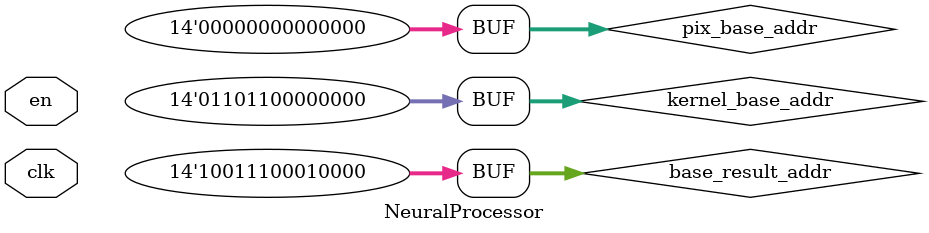
<source format=v>
`timescale 1ns / 1ps
module NeuralProcessor(clk, en);
	input clk, en;
	wire [13:0]base_result_addr, pix_base_addr, kernel_base_addr, addrA, addrB;
	wire [31:0]out_pix;
	wire [15:0]in_pix, kernel_weight;
	assign base_result_addr = 10000;
	assign pix_base_addr = 0;
	assign kernel_base_addr = 6912;
	parameter img_size = 48, kernel_size = 3;
	GlobalMemoryPool GlobMemPool1(clk, pix_done, mem_en, pix_done, addrA, out_pix[15:0], in_pix, clk, pix_done, mem_en, weB, addrB, dinB, kernel_weight);
	Convolution2D #(img_size, kernel_size) conv2d_1(clk, en, base_result_addr, pix_base_addr, kernel_base_addr, in_pix, completed, pix_done, addrA, addrB, out_pix, kernel_weight, mem_en);
endmodule

</source>
